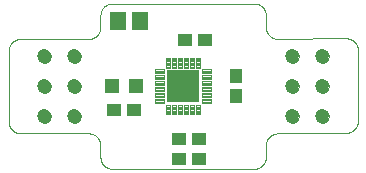
<source format=gts>
G75*
%MOIN*%
%OFA0B0*%
%FSLAX25Y25*%
%IPPOS*%
%LPD*%
%AMOC8*
5,1,8,0,0,1.08239X$1,22.5*
%
%ADD10C,0.00000*%
%ADD11R,0.04337X0.04731*%
%ADD12R,0.04731X0.04337*%
%ADD13R,0.05518X0.06306*%
%ADD14C,0.00435*%
%ADD15R,0.11030X0.10636*%
%ADD16R,0.05124X0.05124*%
%ADD17C,0.04731*%
D10*
X0045791Y0032012D02*
X0045915Y0032010D01*
X0046038Y0032004D01*
X0046162Y0031995D01*
X0046284Y0031981D01*
X0046407Y0031964D01*
X0046529Y0031942D01*
X0046650Y0031917D01*
X0046770Y0031888D01*
X0046889Y0031856D01*
X0047008Y0031819D01*
X0047125Y0031779D01*
X0047240Y0031736D01*
X0047355Y0031688D01*
X0047467Y0031637D01*
X0047578Y0031583D01*
X0047688Y0031525D01*
X0047795Y0031464D01*
X0047901Y0031399D01*
X0048004Y0031331D01*
X0048105Y0031260D01*
X0048204Y0031186D01*
X0048301Y0031109D01*
X0048395Y0031028D01*
X0048486Y0030945D01*
X0048575Y0030859D01*
X0048661Y0030770D01*
X0048744Y0030679D01*
X0048825Y0030585D01*
X0048902Y0030488D01*
X0048976Y0030389D01*
X0049047Y0030288D01*
X0049115Y0030185D01*
X0049180Y0030079D01*
X0049241Y0029972D01*
X0049299Y0029862D01*
X0049353Y0029751D01*
X0049404Y0029639D01*
X0049452Y0029524D01*
X0049495Y0029409D01*
X0049535Y0029292D01*
X0049572Y0029173D01*
X0049604Y0029054D01*
X0049633Y0028934D01*
X0049658Y0028813D01*
X0049680Y0028691D01*
X0049697Y0028568D01*
X0049711Y0028446D01*
X0049720Y0028322D01*
X0049726Y0028199D01*
X0049728Y0028075D01*
X0049728Y0024138D01*
X0049730Y0024014D01*
X0049736Y0023891D01*
X0049745Y0023767D01*
X0049759Y0023645D01*
X0049776Y0023522D01*
X0049798Y0023400D01*
X0049823Y0023279D01*
X0049852Y0023159D01*
X0049884Y0023040D01*
X0049921Y0022921D01*
X0049961Y0022804D01*
X0050004Y0022689D01*
X0050052Y0022574D01*
X0050103Y0022462D01*
X0050157Y0022351D01*
X0050215Y0022241D01*
X0050276Y0022134D01*
X0050341Y0022028D01*
X0050409Y0021925D01*
X0050480Y0021824D01*
X0050554Y0021725D01*
X0050631Y0021628D01*
X0050712Y0021534D01*
X0050795Y0021443D01*
X0050881Y0021354D01*
X0050970Y0021268D01*
X0051061Y0021185D01*
X0051155Y0021104D01*
X0051252Y0021027D01*
X0051351Y0020953D01*
X0051452Y0020882D01*
X0051555Y0020814D01*
X0051661Y0020749D01*
X0051768Y0020688D01*
X0051878Y0020630D01*
X0051989Y0020576D01*
X0052101Y0020525D01*
X0052216Y0020477D01*
X0052331Y0020434D01*
X0052448Y0020394D01*
X0052567Y0020357D01*
X0052686Y0020325D01*
X0052806Y0020296D01*
X0052927Y0020271D01*
X0053049Y0020249D01*
X0053172Y0020232D01*
X0053294Y0020218D01*
X0053418Y0020209D01*
X0053541Y0020203D01*
X0053665Y0020201D01*
X0100909Y0020201D01*
X0101033Y0020203D01*
X0101156Y0020209D01*
X0101280Y0020218D01*
X0101402Y0020232D01*
X0101525Y0020249D01*
X0101647Y0020271D01*
X0101768Y0020296D01*
X0101888Y0020325D01*
X0102007Y0020357D01*
X0102126Y0020394D01*
X0102243Y0020434D01*
X0102358Y0020477D01*
X0102473Y0020525D01*
X0102585Y0020576D01*
X0102696Y0020630D01*
X0102806Y0020688D01*
X0102913Y0020749D01*
X0103019Y0020814D01*
X0103122Y0020882D01*
X0103223Y0020953D01*
X0103322Y0021027D01*
X0103419Y0021104D01*
X0103513Y0021185D01*
X0103604Y0021268D01*
X0103693Y0021354D01*
X0103779Y0021443D01*
X0103862Y0021534D01*
X0103943Y0021628D01*
X0104020Y0021725D01*
X0104094Y0021824D01*
X0104165Y0021925D01*
X0104233Y0022028D01*
X0104298Y0022134D01*
X0104359Y0022241D01*
X0104417Y0022351D01*
X0104471Y0022462D01*
X0104522Y0022574D01*
X0104570Y0022689D01*
X0104613Y0022804D01*
X0104653Y0022921D01*
X0104690Y0023040D01*
X0104722Y0023159D01*
X0104751Y0023279D01*
X0104776Y0023400D01*
X0104798Y0023522D01*
X0104815Y0023645D01*
X0104829Y0023767D01*
X0104838Y0023891D01*
X0104844Y0024014D01*
X0104846Y0024138D01*
X0104846Y0028075D01*
X0104848Y0028199D01*
X0104854Y0028322D01*
X0104863Y0028446D01*
X0104877Y0028568D01*
X0104894Y0028691D01*
X0104916Y0028813D01*
X0104941Y0028934D01*
X0104970Y0029054D01*
X0105002Y0029173D01*
X0105039Y0029292D01*
X0105079Y0029409D01*
X0105122Y0029524D01*
X0105170Y0029639D01*
X0105221Y0029751D01*
X0105275Y0029862D01*
X0105333Y0029972D01*
X0105394Y0030079D01*
X0105459Y0030185D01*
X0105527Y0030288D01*
X0105598Y0030389D01*
X0105672Y0030488D01*
X0105749Y0030585D01*
X0105830Y0030679D01*
X0105913Y0030770D01*
X0105999Y0030859D01*
X0106088Y0030945D01*
X0106179Y0031028D01*
X0106273Y0031109D01*
X0106370Y0031186D01*
X0106469Y0031260D01*
X0106570Y0031331D01*
X0106673Y0031399D01*
X0106779Y0031464D01*
X0106886Y0031525D01*
X0106996Y0031583D01*
X0107107Y0031637D01*
X0107219Y0031688D01*
X0107334Y0031736D01*
X0107449Y0031779D01*
X0107566Y0031819D01*
X0107685Y0031856D01*
X0107804Y0031888D01*
X0107924Y0031917D01*
X0108045Y0031942D01*
X0108167Y0031964D01*
X0108290Y0031981D01*
X0108412Y0031995D01*
X0108536Y0032004D01*
X0108659Y0032010D01*
X0108783Y0032012D01*
X0131618Y0032209D01*
X0131742Y0032211D01*
X0131865Y0032217D01*
X0131989Y0032226D01*
X0132111Y0032240D01*
X0132234Y0032257D01*
X0132356Y0032279D01*
X0132477Y0032304D01*
X0132597Y0032333D01*
X0132716Y0032365D01*
X0132835Y0032402D01*
X0132952Y0032442D01*
X0133067Y0032485D01*
X0133182Y0032533D01*
X0133294Y0032584D01*
X0133405Y0032638D01*
X0133515Y0032696D01*
X0133622Y0032757D01*
X0133728Y0032822D01*
X0133831Y0032890D01*
X0133932Y0032961D01*
X0134031Y0033035D01*
X0134128Y0033112D01*
X0134222Y0033193D01*
X0134313Y0033276D01*
X0134402Y0033362D01*
X0134488Y0033451D01*
X0134571Y0033542D01*
X0134652Y0033636D01*
X0134729Y0033733D01*
X0134803Y0033832D01*
X0134874Y0033933D01*
X0134942Y0034036D01*
X0135007Y0034142D01*
X0135068Y0034249D01*
X0135126Y0034359D01*
X0135180Y0034470D01*
X0135231Y0034582D01*
X0135279Y0034697D01*
X0135322Y0034812D01*
X0135362Y0034929D01*
X0135399Y0035048D01*
X0135431Y0035167D01*
X0135460Y0035287D01*
X0135485Y0035408D01*
X0135507Y0035530D01*
X0135524Y0035653D01*
X0135538Y0035775D01*
X0135547Y0035899D01*
X0135553Y0036022D01*
X0135555Y0036146D01*
X0135555Y0059768D01*
X0135553Y0059892D01*
X0135547Y0060015D01*
X0135538Y0060139D01*
X0135524Y0060261D01*
X0135507Y0060384D01*
X0135485Y0060506D01*
X0135460Y0060627D01*
X0135431Y0060747D01*
X0135399Y0060866D01*
X0135362Y0060985D01*
X0135322Y0061102D01*
X0135279Y0061217D01*
X0135231Y0061332D01*
X0135180Y0061444D01*
X0135126Y0061555D01*
X0135068Y0061665D01*
X0135007Y0061772D01*
X0134942Y0061878D01*
X0134874Y0061981D01*
X0134803Y0062082D01*
X0134729Y0062181D01*
X0134652Y0062278D01*
X0134571Y0062372D01*
X0134488Y0062463D01*
X0134402Y0062552D01*
X0134313Y0062638D01*
X0134222Y0062721D01*
X0134128Y0062802D01*
X0134031Y0062879D01*
X0133932Y0062953D01*
X0133831Y0063024D01*
X0133728Y0063092D01*
X0133622Y0063157D01*
X0133515Y0063218D01*
X0133405Y0063276D01*
X0133294Y0063330D01*
X0133182Y0063381D01*
X0133067Y0063429D01*
X0132952Y0063472D01*
X0132835Y0063512D01*
X0132716Y0063549D01*
X0132597Y0063581D01*
X0132477Y0063610D01*
X0132356Y0063635D01*
X0132234Y0063657D01*
X0132111Y0063674D01*
X0131989Y0063688D01*
X0131865Y0063697D01*
X0131742Y0063703D01*
X0131618Y0063705D01*
X0108783Y0063508D01*
X0108659Y0063510D01*
X0108536Y0063516D01*
X0108412Y0063525D01*
X0108290Y0063539D01*
X0108167Y0063556D01*
X0108045Y0063578D01*
X0107924Y0063603D01*
X0107804Y0063632D01*
X0107685Y0063664D01*
X0107566Y0063701D01*
X0107449Y0063741D01*
X0107334Y0063784D01*
X0107219Y0063832D01*
X0107107Y0063883D01*
X0106996Y0063937D01*
X0106886Y0063995D01*
X0106779Y0064056D01*
X0106673Y0064121D01*
X0106570Y0064189D01*
X0106469Y0064260D01*
X0106370Y0064334D01*
X0106273Y0064411D01*
X0106179Y0064492D01*
X0106088Y0064575D01*
X0105999Y0064661D01*
X0105913Y0064750D01*
X0105830Y0064841D01*
X0105749Y0064935D01*
X0105672Y0065032D01*
X0105598Y0065131D01*
X0105527Y0065232D01*
X0105459Y0065335D01*
X0105394Y0065441D01*
X0105333Y0065548D01*
X0105275Y0065658D01*
X0105221Y0065769D01*
X0105170Y0065881D01*
X0105122Y0065996D01*
X0105079Y0066111D01*
X0105039Y0066228D01*
X0105002Y0066347D01*
X0104970Y0066466D01*
X0104941Y0066586D01*
X0104916Y0066707D01*
X0104894Y0066829D01*
X0104877Y0066952D01*
X0104863Y0067074D01*
X0104854Y0067198D01*
X0104848Y0067321D01*
X0104846Y0067445D01*
X0104846Y0071382D01*
X0104844Y0071506D01*
X0104838Y0071629D01*
X0104829Y0071753D01*
X0104815Y0071875D01*
X0104798Y0071998D01*
X0104776Y0072120D01*
X0104751Y0072241D01*
X0104722Y0072361D01*
X0104690Y0072480D01*
X0104653Y0072599D01*
X0104613Y0072716D01*
X0104570Y0072831D01*
X0104522Y0072946D01*
X0104471Y0073058D01*
X0104417Y0073169D01*
X0104359Y0073279D01*
X0104298Y0073386D01*
X0104233Y0073492D01*
X0104165Y0073595D01*
X0104094Y0073696D01*
X0104020Y0073795D01*
X0103943Y0073892D01*
X0103862Y0073986D01*
X0103779Y0074077D01*
X0103693Y0074166D01*
X0103604Y0074252D01*
X0103513Y0074335D01*
X0103419Y0074416D01*
X0103322Y0074493D01*
X0103223Y0074567D01*
X0103122Y0074638D01*
X0103019Y0074706D01*
X0102913Y0074771D01*
X0102806Y0074832D01*
X0102696Y0074890D01*
X0102585Y0074944D01*
X0102473Y0074995D01*
X0102358Y0075043D01*
X0102243Y0075086D01*
X0102126Y0075126D01*
X0102007Y0075163D01*
X0101888Y0075195D01*
X0101768Y0075224D01*
X0101647Y0075249D01*
X0101525Y0075271D01*
X0101402Y0075288D01*
X0101280Y0075302D01*
X0101156Y0075311D01*
X0101033Y0075317D01*
X0100909Y0075319D01*
X0053665Y0075319D01*
X0053541Y0075317D01*
X0053418Y0075311D01*
X0053294Y0075302D01*
X0053172Y0075288D01*
X0053049Y0075271D01*
X0052927Y0075249D01*
X0052806Y0075224D01*
X0052686Y0075195D01*
X0052567Y0075163D01*
X0052448Y0075126D01*
X0052331Y0075086D01*
X0052216Y0075043D01*
X0052101Y0074995D01*
X0051989Y0074944D01*
X0051878Y0074890D01*
X0051768Y0074832D01*
X0051661Y0074771D01*
X0051555Y0074706D01*
X0051452Y0074638D01*
X0051351Y0074567D01*
X0051252Y0074493D01*
X0051155Y0074416D01*
X0051061Y0074335D01*
X0050970Y0074252D01*
X0050881Y0074166D01*
X0050795Y0074077D01*
X0050712Y0073986D01*
X0050631Y0073892D01*
X0050554Y0073795D01*
X0050480Y0073696D01*
X0050409Y0073595D01*
X0050341Y0073492D01*
X0050276Y0073386D01*
X0050215Y0073279D01*
X0050157Y0073169D01*
X0050103Y0073058D01*
X0050052Y0072946D01*
X0050004Y0072831D01*
X0049961Y0072716D01*
X0049921Y0072599D01*
X0049884Y0072480D01*
X0049852Y0072361D01*
X0049823Y0072241D01*
X0049798Y0072120D01*
X0049776Y0071998D01*
X0049759Y0071875D01*
X0049745Y0071753D01*
X0049736Y0071629D01*
X0049730Y0071506D01*
X0049728Y0071382D01*
X0049728Y0067445D01*
X0049726Y0067321D01*
X0049720Y0067198D01*
X0049711Y0067074D01*
X0049697Y0066952D01*
X0049680Y0066829D01*
X0049658Y0066707D01*
X0049633Y0066586D01*
X0049604Y0066466D01*
X0049572Y0066347D01*
X0049535Y0066228D01*
X0049495Y0066111D01*
X0049452Y0065996D01*
X0049404Y0065881D01*
X0049353Y0065769D01*
X0049299Y0065658D01*
X0049241Y0065548D01*
X0049180Y0065441D01*
X0049115Y0065335D01*
X0049047Y0065232D01*
X0048976Y0065131D01*
X0048902Y0065032D01*
X0048825Y0064935D01*
X0048744Y0064841D01*
X0048661Y0064750D01*
X0048575Y0064661D01*
X0048486Y0064575D01*
X0048395Y0064492D01*
X0048301Y0064411D01*
X0048204Y0064334D01*
X0048105Y0064260D01*
X0048004Y0064189D01*
X0047901Y0064121D01*
X0047795Y0064056D01*
X0047688Y0063995D01*
X0047578Y0063937D01*
X0047467Y0063883D01*
X0047355Y0063832D01*
X0047240Y0063784D01*
X0047125Y0063741D01*
X0047008Y0063701D01*
X0046889Y0063664D01*
X0046770Y0063632D01*
X0046650Y0063603D01*
X0046529Y0063578D01*
X0046407Y0063556D01*
X0046284Y0063539D01*
X0046162Y0063525D01*
X0046038Y0063516D01*
X0045915Y0063510D01*
X0045791Y0063508D01*
X0023094Y0063508D01*
X0022970Y0063506D01*
X0022847Y0063500D01*
X0022723Y0063491D01*
X0022601Y0063477D01*
X0022478Y0063460D01*
X0022356Y0063438D01*
X0022235Y0063413D01*
X0022115Y0063384D01*
X0021996Y0063352D01*
X0021877Y0063315D01*
X0021760Y0063275D01*
X0021645Y0063232D01*
X0021530Y0063184D01*
X0021418Y0063133D01*
X0021307Y0063079D01*
X0021197Y0063021D01*
X0021090Y0062960D01*
X0020984Y0062895D01*
X0020881Y0062827D01*
X0020780Y0062756D01*
X0020681Y0062682D01*
X0020584Y0062605D01*
X0020490Y0062524D01*
X0020399Y0062441D01*
X0020310Y0062355D01*
X0020224Y0062266D01*
X0020141Y0062175D01*
X0020060Y0062081D01*
X0019983Y0061984D01*
X0019909Y0061885D01*
X0019838Y0061784D01*
X0019770Y0061681D01*
X0019705Y0061575D01*
X0019644Y0061468D01*
X0019586Y0061358D01*
X0019532Y0061247D01*
X0019481Y0061135D01*
X0019433Y0061020D01*
X0019390Y0060905D01*
X0019350Y0060788D01*
X0019313Y0060669D01*
X0019281Y0060550D01*
X0019252Y0060430D01*
X0019227Y0060309D01*
X0019205Y0060187D01*
X0019188Y0060064D01*
X0019174Y0059942D01*
X0019165Y0059818D01*
X0019159Y0059695D01*
X0019157Y0059571D01*
X0019157Y0035949D01*
X0019159Y0035825D01*
X0019165Y0035702D01*
X0019174Y0035578D01*
X0019188Y0035456D01*
X0019205Y0035333D01*
X0019227Y0035211D01*
X0019252Y0035090D01*
X0019281Y0034970D01*
X0019313Y0034851D01*
X0019350Y0034732D01*
X0019390Y0034615D01*
X0019433Y0034500D01*
X0019481Y0034385D01*
X0019532Y0034273D01*
X0019586Y0034162D01*
X0019644Y0034052D01*
X0019705Y0033945D01*
X0019770Y0033839D01*
X0019838Y0033736D01*
X0019909Y0033635D01*
X0019983Y0033536D01*
X0020060Y0033439D01*
X0020141Y0033345D01*
X0020224Y0033254D01*
X0020310Y0033165D01*
X0020399Y0033079D01*
X0020490Y0032996D01*
X0020584Y0032915D01*
X0020681Y0032838D01*
X0020780Y0032764D01*
X0020881Y0032693D01*
X0020984Y0032625D01*
X0021090Y0032560D01*
X0021197Y0032499D01*
X0021307Y0032441D01*
X0021418Y0032387D01*
X0021530Y0032336D01*
X0021645Y0032288D01*
X0021760Y0032245D01*
X0021877Y0032205D01*
X0021996Y0032168D01*
X0022115Y0032136D01*
X0022235Y0032107D01*
X0022356Y0032082D01*
X0022478Y0032060D01*
X0022601Y0032043D01*
X0022723Y0032029D01*
X0022847Y0032020D01*
X0022970Y0032014D01*
X0023094Y0032012D01*
X0045791Y0032012D01*
X0038784Y0037760D02*
X0038786Y0037853D01*
X0038792Y0037945D01*
X0038802Y0038037D01*
X0038816Y0038128D01*
X0038833Y0038219D01*
X0038855Y0038309D01*
X0038880Y0038398D01*
X0038909Y0038486D01*
X0038942Y0038572D01*
X0038979Y0038657D01*
X0039019Y0038741D01*
X0039063Y0038822D01*
X0039110Y0038902D01*
X0039160Y0038980D01*
X0039214Y0039055D01*
X0039271Y0039128D01*
X0039331Y0039198D01*
X0039394Y0039266D01*
X0039460Y0039331D01*
X0039528Y0039393D01*
X0039599Y0039453D01*
X0039673Y0039509D01*
X0039749Y0039562D01*
X0039827Y0039611D01*
X0039907Y0039658D01*
X0039989Y0039700D01*
X0040073Y0039740D01*
X0040158Y0039775D01*
X0040245Y0039807D01*
X0040333Y0039836D01*
X0040422Y0039860D01*
X0040512Y0039881D01*
X0040603Y0039897D01*
X0040695Y0039910D01*
X0040787Y0039919D01*
X0040880Y0039924D01*
X0040972Y0039925D01*
X0041065Y0039922D01*
X0041157Y0039915D01*
X0041249Y0039904D01*
X0041340Y0039889D01*
X0041431Y0039871D01*
X0041521Y0039848D01*
X0041609Y0039822D01*
X0041697Y0039792D01*
X0041783Y0039758D01*
X0041867Y0039721D01*
X0041950Y0039679D01*
X0042031Y0039635D01*
X0042111Y0039587D01*
X0042188Y0039536D01*
X0042262Y0039481D01*
X0042335Y0039423D01*
X0042405Y0039363D01*
X0042472Y0039299D01*
X0042536Y0039233D01*
X0042598Y0039163D01*
X0042656Y0039092D01*
X0042711Y0039018D01*
X0042763Y0038941D01*
X0042812Y0038862D01*
X0042858Y0038782D01*
X0042900Y0038699D01*
X0042938Y0038615D01*
X0042973Y0038529D01*
X0043004Y0038442D01*
X0043031Y0038354D01*
X0043054Y0038264D01*
X0043074Y0038174D01*
X0043090Y0038083D01*
X0043102Y0037991D01*
X0043110Y0037899D01*
X0043114Y0037806D01*
X0043114Y0037714D01*
X0043110Y0037621D01*
X0043102Y0037529D01*
X0043090Y0037437D01*
X0043074Y0037346D01*
X0043054Y0037256D01*
X0043031Y0037166D01*
X0043004Y0037078D01*
X0042973Y0036991D01*
X0042938Y0036905D01*
X0042900Y0036821D01*
X0042858Y0036738D01*
X0042812Y0036658D01*
X0042763Y0036579D01*
X0042711Y0036502D01*
X0042656Y0036428D01*
X0042598Y0036357D01*
X0042536Y0036287D01*
X0042472Y0036221D01*
X0042405Y0036157D01*
X0042335Y0036097D01*
X0042262Y0036039D01*
X0042188Y0035984D01*
X0042111Y0035933D01*
X0042032Y0035885D01*
X0041950Y0035841D01*
X0041867Y0035799D01*
X0041783Y0035762D01*
X0041697Y0035728D01*
X0041609Y0035698D01*
X0041521Y0035672D01*
X0041431Y0035649D01*
X0041340Y0035631D01*
X0041249Y0035616D01*
X0041157Y0035605D01*
X0041065Y0035598D01*
X0040972Y0035595D01*
X0040880Y0035596D01*
X0040787Y0035601D01*
X0040695Y0035610D01*
X0040603Y0035623D01*
X0040512Y0035639D01*
X0040422Y0035660D01*
X0040333Y0035684D01*
X0040245Y0035713D01*
X0040158Y0035745D01*
X0040073Y0035780D01*
X0039989Y0035820D01*
X0039907Y0035862D01*
X0039827Y0035909D01*
X0039749Y0035958D01*
X0039673Y0036011D01*
X0039599Y0036067D01*
X0039528Y0036127D01*
X0039460Y0036189D01*
X0039394Y0036254D01*
X0039331Y0036322D01*
X0039271Y0036392D01*
X0039214Y0036465D01*
X0039160Y0036540D01*
X0039110Y0036618D01*
X0039063Y0036698D01*
X0039019Y0036779D01*
X0038979Y0036863D01*
X0038942Y0036948D01*
X0038909Y0037034D01*
X0038880Y0037122D01*
X0038855Y0037211D01*
X0038833Y0037301D01*
X0038816Y0037392D01*
X0038802Y0037483D01*
X0038792Y0037575D01*
X0038786Y0037667D01*
X0038784Y0037760D01*
X0028784Y0037760D02*
X0028786Y0037853D01*
X0028792Y0037945D01*
X0028802Y0038037D01*
X0028816Y0038128D01*
X0028833Y0038219D01*
X0028855Y0038309D01*
X0028880Y0038398D01*
X0028909Y0038486D01*
X0028942Y0038572D01*
X0028979Y0038657D01*
X0029019Y0038741D01*
X0029063Y0038822D01*
X0029110Y0038902D01*
X0029160Y0038980D01*
X0029214Y0039055D01*
X0029271Y0039128D01*
X0029331Y0039198D01*
X0029394Y0039266D01*
X0029460Y0039331D01*
X0029528Y0039393D01*
X0029599Y0039453D01*
X0029673Y0039509D01*
X0029749Y0039562D01*
X0029827Y0039611D01*
X0029907Y0039658D01*
X0029989Y0039700D01*
X0030073Y0039740D01*
X0030158Y0039775D01*
X0030245Y0039807D01*
X0030333Y0039836D01*
X0030422Y0039860D01*
X0030512Y0039881D01*
X0030603Y0039897D01*
X0030695Y0039910D01*
X0030787Y0039919D01*
X0030880Y0039924D01*
X0030972Y0039925D01*
X0031065Y0039922D01*
X0031157Y0039915D01*
X0031249Y0039904D01*
X0031340Y0039889D01*
X0031431Y0039871D01*
X0031521Y0039848D01*
X0031609Y0039822D01*
X0031697Y0039792D01*
X0031783Y0039758D01*
X0031867Y0039721D01*
X0031950Y0039679D01*
X0032031Y0039635D01*
X0032111Y0039587D01*
X0032188Y0039536D01*
X0032262Y0039481D01*
X0032335Y0039423D01*
X0032405Y0039363D01*
X0032472Y0039299D01*
X0032536Y0039233D01*
X0032598Y0039163D01*
X0032656Y0039092D01*
X0032711Y0039018D01*
X0032763Y0038941D01*
X0032812Y0038862D01*
X0032858Y0038782D01*
X0032900Y0038699D01*
X0032938Y0038615D01*
X0032973Y0038529D01*
X0033004Y0038442D01*
X0033031Y0038354D01*
X0033054Y0038264D01*
X0033074Y0038174D01*
X0033090Y0038083D01*
X0033102Y0037991D01*
X0033110Y0037899D01*
X0033114Y0037806D01*
X0033114Y0037714D01*
X0033110Y0037621D01*
X0033102Y0037529D01*
X0033090Y0037437D01*
X0033074Y0037346D01*
X0033054Y0037256D01*
X0033031Y0037166D01*
X0033004Y0037078D01*
X0032973Y0036991D01*
X0032938Y0036905D01*
X0032900Y0036821D01*
X0032858Y0036738D01*
X0032812Y0036658D01*
X0032763Y0036579D01*
X0032711Y0036502D01*
X0032656Y0036428D01*
X0032598Y0036357D01*
X0032536Y0036287D01*
X0032472Y0036221D01*
X0032405Y0036157D01*
X0032335Y0036097D01*
X0032262Y0036039D01*
X0032188Y0035984D01*
X0032111Y0035933D01*
X0032032Y0035885D01*
X0031950Y0035841D01*
X0031867Y0035799D01*
X0031783Y0035762D01*
X0031697Y0035728D01*
X0031609Y0035698D01*
X0031521Y0035672D01*
X0031431Y0035649D01*
X0031340Y0035631D01*
X0031249Y0035616D01*
X0031157Y0035605D01*
X0031065Y0035598D01*
X0030972Y0035595D01*
X0030880Y0035596D01*
X0030787Y0035601D01*
X0030695Y0035610D01*
X0030603Y0035623D01*
X0030512Y0035639D01*
X0030422Y0035660D01*
X0030333Y0035684D01*
X0030245Y0035713D01*
X0030158Y0035745D01*
X0030073Y0035780D01*
X0029989Y0035820D01*
X0029907Y0035862D01*
X0029827Y0035909D01*
X0029749Y0035958D01*
X0029673Y0036011D01*
X0029599Y0036067D01*
X0029528Y0036127D01*
X0029460Y0036189D01*
X0029394Y0036254D01*
X0029331Y0036322D01*
X0029271Y0036392D01*
X0029214Y0036465D01*
X0029160Y0036540D01*
X0029110Y0036618D01*
X0029063Y0036698D01*
X0029019Y0036779D01*
X0028979Y0036863D01*
X0028942Y0036948D01*
X0028909Y0037034D01*
X0028880Y0037122D01*
X0028855Y0037211D01*
X0028833Y0037301D01*
X0028816Y0037392D01*
X0028802Y0037483D01*
X0028792Y0037575D01*
X0028786Y0037667D01*
X0028784Y0037760D01*
X0028784Y0047760D02*
X0028786Y0047853D01*
X0028792Y0047945D01*
X0028802Y0048037D01*
X0028816Y0048128D01*
X0028833Y0048219D01*
X0028855Y0048309D01*
X0028880Y0048398D01*
X0028909Y0048486D01*
X0028942Y0048572D01*
X0028979Y0048657D01*
X0029019Y0048741D01*
X0029063Y0048822D01*
X0029110Y0048902D01*
X0029160Y0048980D01*
X0029214Y0049055D01*
X0029271Y0049128D01*
X0029331Y0049198D01*
X0029394Y0049266D01*
X0029460Y0049331D01*
X0029528Y0049393D01*
X0029599Y0049453D01*
X0029673Y0049509D01*
X0029749Y0049562D01*
X0029827Y0049611D01*
X0029907Y0049658D01*
X0029989Y0049700D01*
X0030073Y0049740D01*
X0030158Y0049775D01*
X0030245Y0049807D01*
X0030333Y0049836D01*
X0030422Y0049860D01*
X0030512Y0049881D01*
X0030603Y0049897D01*
X0030695Y0049910D01*
X0030787Y0049919D01*
X0030880Y0049924D01*
X0030972Y0049925D01*
X0031065Y0049922D01*
X0031157Y0049915D01*
X0031249Y0049904D01*
X0031340Y0049889D01*
X0031431Y0049871D01*
X0031521Y0049848D01*
X0031609Y0049822D01*
X0031697Y0049792D01*
X0031783Y0049758D01*
X0031867Y0049721D01*
X0031950Y0049679D01*
X0032031Y0049635D01*
X0032111Y0049587D01*
X0032188Y0049536D01*
X0032262Y0049481D01*
X0032335Y0049423D01*
X0032405Y0049363D01*
X0032472Y0049299D01*
X0032536Y0049233D01*
X0032598Y0049163D01*
X0032656Y0049092D01*
X0032711Y0049018D01*
X0032763Y0048941D01*
X0032812Y0048862D01*
X0032858Y0048782D01*
X0032900Y0048699D01*
X0032938Y0048615D01*
X0032973Y0048529D01*
X0033004Y0048442D01*
X0033031Y0048354D01*
X0033054Y0048264D01*
X0033074Y0048174D01*
X0033090Y0048083D01*
X0033102Y0047991D01*
X0033110Y0047899D01*
X0033114Y0047806D01*
X0033114Y0047714D01*
X0033110Y0047621D01*
X0033102Y0047529D01*
X0033090Y0047437D01*
X0033074Y0047346D01*
X0033054Y0047256D01*
X0033031Y0047166D01*
X0033004Y0047078D01*
X0032973Y0046991D01*
X0032938Y0046905D01*
X0032900Y0046821D01*
X0032858Y0046738D01*
X0032812Y0046658D01*
X0032763Y0046579D01*
X0032711Y0046502D01*
X0032656Y0046428D01*
X0032598Y0046357D01*
X0032536Y0046287D01*
X0032472Y0046221D01*
X0032405Y0046157D01*
X0032335Y0046097D01*
X0032262Y0046039D01*
X0032188Y0045984D01*
X0032111Y0045933D01*
X0032032Y0045885D01*
X0031950Y0045841D01*
X0031867Y0045799D01*
X0031783Y0045762D01*
X0031697Y0045728D01*
X0031609Y0045698D01*
X0031521Y0045672D01*
X0031431Y0045649D01*
X0031340Y0045631D01*
X0031249Y0045616D01*
X0031157Y0045605D01*
X0031065Y0045598D01*
X0030972Y0045595D01*
X0030880Y0045596D01*
X0030787Y0045601D01*
X0030695Y0045610D01*
X0030603Y0045623D01*
X0030512Y0045639D01*
X0030422Y0045660D01*
X0030333Y0045684D01*
X0030245Y0045713D01*
X0030158Y0045745D01*
X0030073Y0045780D01*
X0029989Y0045820D01*
X0029907Y0045862D01*
X0029827Y0045909D01*
X0029749Y0045958D01*
X0029673Y0046011D01*
X0029599Y0046067D01*
X0029528Y0046127D01*
X0029460Y0046189D01*
X0029394Y0046254D01*
X0029331Y0046322D01*
X0029271Y0046392D01*
X0029214Y0046465D01*
X0029160Y0046540D01*
X0029110Y0046618D01*
X0029063Y0046698D01*
X0029019Y0046779D01*
X0028979Y0046863D01*
X0028942Y0046948D01*
X0028909Y0047034D01*
X0028880Y0047122D01*
X0028855Y0047211D01*
X0028833Y0047301D01*
X0028816Y0047392D01*
X0028802Y0047483D01*
X0028792Y0047575D01*
X0028786Y0047667D01*
X0028784Y0047760D01*
X0038784Y0047760D02*
X0038786Y0047853D01*
X0038792Y0047945D01*
X0038802Y0048037D01*
X0038816Y0048128D01*
X0038833Y0048219D01*
X0038855Y0048309D01*
X0038880Y0048398D01*
X0038909Y0048486D01*
X0038942Y0048572D01*
X0038979Y0048657D01*
X0039019Y0048741D01*
X0039063Y0048822D01*
X0039110Y0048902D01*
X0039160Y0048980D01*
X0039214Y0049055D01*
X0039271Y0049128D01*
X0039331Y0049198D01*
X0039394Y0049266D01*
X0039460Y0049331D01*
X0039528Y0049393D01*
X0039599Y0049453D01*
X0039673Y0049509D01*
X0039749Y0049562D01*
X0039827Y0049611D01*
X0039907Y0049658D01*
X0039989Y0049700D01*
X0040073Y0049740D01*
X0040158Y0049775D01*
X0040245Y0049807D01*
X0040333Y0049836D01*
X0040422Y0049860D01*
X0040512Y0049881D01*
X0040603Y0049897D01*
X0040695Y0049910D01*
X0040787Y0049919D01*
X0040880Y0049924D01*
X0040972Y0049925D01*
X0041065Y0049922D01*
X0041157Y0049915D01*
X0041249Y0049904D01*
X0041340Y0049889D01*
X0041431Y0049871D01*
X0041521Y0049848D01*
X0041609Y0049822D01*
X0041697Y0049792D01*
X0041783Y0049758D01*
X0041867Y0049721D01*
X0041950Y0049679D01*
X0042031Y0049635D01*
X0042111Y0049587D01*
X0042188Y0049536D01*
X0042262Y0049481D01*
X0042335Y0049423D01*
X0042405Y0049363D01*
X0042472Y0049299D01*
X0042536Y0049233D01*
X0042598Y0049163D01*
X0042656Y0049092D01*
X0042711Y0049018D01*
X0042763Y0048941D01*
X0042812Y0048862D01*
X0042858Y0048782D01*
X0042900Y0048699D01*
X0042938Y0048615D01*
X0042973Y0048529D01*
X0043004Y0048442D01*
X0043031Y0048354D01*
X0043054Y0048264D01*
X0043074Y0048174D01*
X0043090Y0048083D01*
X0043102Y0047991D01*
X0043110Y0047899D01*
X0043114Y0047806D01*
X0043114Y0047714D01*
X0043110Y0047621D01*
X0043102Y0047529D01*
X0043090Y0047437D01*
X0043074Y0047346D01*
X0043054Y0047256D01*
X0043031Y0047166D01*
X0043004Y0047078D01*
X0042973Y0046991D01*
X0042938Y0046905D01*
X0042900Y0046821D01*
X0042858Y0046738D01*
X0042812Y0046658D01*
X0042763Y0046579D01*
X0042711Y0046502D01*
X0042656Y0046428D01*
X0042598Y0046357D01*
X0042536Y0046287D01*
X0042472Y0046221D01*
X0042405Y0046157D01*
X0042335Y0046097D01*
X0042262Y0046039D01*
X0042188Y0045984D01*
X0042111Y0045933D01*
X0042032Y0045885D01*
X0041950Y0045841D01*
X0041867Y0045799D01*
X0041783Y0045762D01*
X0041697Y0045728D01*
X0041609Y0045698D01*
X0041521Y0045672D01*
X0041431Y0045649D01*
X0041340Y0045631D01*
X0041249Y0045616D01*
X0041157Y0045605D01*
X0041065Y0045598D01*
X0040972Y0045595D01*
X0040880Y0045596D01*
X0040787Y0045601D01*
X0040695Y0045610D01*
X0040603Y0045623D01*
X0040512Y0045639D01*
X0040422Y0045660D01*
X0040333Y0045684D01*
X0040245Y0045713D01*
X0040158Y0045745D01*
X0040073Y0045780D01*
X0039989Y0045820D01*
X0039907Y0045862D01*
X0039827Y0045909D01*
X0039749Y0045958D01*
X0039673Y0046011D01*
X0039599Y0046067D01*
X0039528Y0046127D01*
X0039460Y0046189D01*
X0039394Y0046254D01*
X0039331Y0046322D01*
X0039271Y0046392D01*
X0039214Y0046465D01*
X0039160Y0046540D01*
X0039110Y0046618D01*
X0039063Y0046698D01*
X0039019Y0046779D01*
X0038979Y0046863D01*
X0038942Y0046948D01*
X0038909Y0047034D01*
X0038880Y0047122D01*
X0038855Y0047211D01*
X0038833Y0047301D01*
X0038816Y0047392D01*
X0038802Y0047483D01*
X0038792Y0047575D01*
X0038786Y0047667D01*
X0038784Y0047760D01*
X0038784Y0057760D02*
X0038786Y0057853D01*
X0038792Y0057945D01*
X0038802Y0058037D01*
X0038816Y0058128D01*
X0038833Y0058219D01*
X0038855Y0058309D01*
X0038880Y0058398D01*
X0038909Y0058486D01*
X0038942Y0058572D01*
X0038979Y0058657D01*
X0039019Y0058741D01*
X0039063Y0058822D01*
X0039110Y0058902D01*
X0039160Y0058980D01*
X0039214Y0059055D01*
X0039271Y0059128D01*
X0039331Y0059198D01*
X0039394Y0059266D01*
X0039460Y0059331D01*
X0039528Y0059393D01*
X0039599Y0059453D01*
X0039673Y0059509D01*
X0039749Y0059562D01*
X0039827Y0059611D01*
X0039907Y0059658D01*
X0039989Y0059700D01*
X0040073Y0059740D01*
X0040158Y0059775D01*
X0040245Y0059807D01*
X0040333Y0059836D01*
X0040422Y0059860D01*
X0040512Y0059881D01*
X0040603Y0059897D01*
X0040695Y0059910D01*
X0040787Y0059919D01*
X0040880Y0059924D01*
X0040972Y0059925D01*
X0041065Y0059922D01*
X0041157Y0059915D01*
X0041249Y0059904D01*
X0041340Y0059889D01*
X0041431Y0059871D01*
X0041521Y0059848D01*
X0041609Y0059822D01*
X0041697Y0059792D01*
X0041783Y0059758D01*
X0041867Y0059721D01*
X0041950Y0059679D01*
X0042031Y0059635D01*
X0042111Y0059587D01*
X0042188Y0059536D01*
X0042262Y0059481D01*
X0042335Y0059423D01*
X0042405Y0059363D01*
X0042472Y0059299D01*
X0042536Y0059233D01*
X0042598Y0059163D01*
X0042656Y0059092D01*
X0042711Y0059018D01*
X0042763Y0058941D01*
X0042812Y0058862D01*
X0042858Y0058782D01*
X0042900Y0058699D01*
X0042938Y0058615D01*
X0042973Y0058529D01*
X0043004Y0058442D01*
X0043031Y0058354D01*
X0043054Y0058264D01*
X0043074Y0058174D01*
X0043090Y0058083D01*
X0043102Y0057991D01*
X0043110Y0057899D01*
X0043114Y0057806D01*
X0043114Y0057714D01*
X0043110Y0057621D01*
X0043102Y0057529D01*
X0043090Y0057437D01*
X0043074Y0057346D01*
X0043054Y0057256D01*
X0043031Y0057166D01*
X0043004Y0057078D01*
X0042973Y0056991D01*
X0042938Y0056905D01*
X0042900Y0056821D01*
X0042858Y0056738D01*
X0042812Y0056658D01*
X0042763Y0056579D01*
X0042711Y0056502D01*
X0042656Y0056428D01*
X0042598Y0056357D01*
X0042536Y0056287D01*
X0042472Y0056221D01*
X0042405Y0056157D01*
X0042335Y0056097D01*
X0042262Y0056039D01*
X0042188Y0055984D01*
X0042111Y0055933D01*
X0042032Y0055885D01*
X0041950Y0055841D01*
X0041867Y0055799D01*
X0041783Y0055762D01*
X0041697Y0055728D01*
X0041609Y0055698D01*
X0041521Y0055672D01*
X0041431Y0055649D01*
X0041340Y0055631D01*
X0041249Y0055616D01*
X0041157Y0055605D01*
X0041065Y0055598D01*
X0040972Y0055595D01*
X0040880Y0055596D01*
X0040787Y0055601D01*
X0040695Y0055610D01*
X0040603Y0055623D01*
X0040512Y0055639D01*
X0040422Y0055660D01*
X0040333Y0055684D01*
X0040245Y0055713D01*
X0040158Y0055745D01*
X0040073Y0055780D01*
X0039989Y0055820D01*
X0039907Y0055862D01*
X0039827Y0055909D01*
X0039749Y0055958D01*
X0039673Y0056011D01*
X0039599Y0056067D01*
X0039528Y0056127D01*
X0039460Y0056189D01*
X0039394Y0056254D01*
X0039331Y0056322D01*
X0039271Y0056392D01*
X0039214Y0056465D01*
X0039160Y0056540D01*
X0039110Y0056618D01*
X0039063Y0056698D01*
X0039019Y0056779D01*
X0038979Y0056863D01*
X0038942Y0056948D01*
X0038909Y0057034D01*
X0038880Y0057122D01*
X0038855Y0057211D01*
X0038833Y0057301D01*
X0038816Y0057392D01*
X0038802Y0057483D01*
X0038792Y0057575D01*
X0038786Y0057667D01*
X0038784Y0057760D01*
X0028784Y0057760D02*
X0028786Y0057853D01*
X0028792Y0057945D01*
X0028802Y0058037D01*
X0028816Y0058128D01*
X0028833Y0058219D01*
X0028855Y0058309D01*
X0028880Y0058398D01*
X0028909Y0058486D01*
X0028942Y0058572D01*
X0028979Y0058657D01*
X0029019Y0058741D01*
X0029063Y0058822D01*
X0029110Y0058902D01*
X0029160Y0058980D01*
X0029214Y0059055D01*
X0029271Y0059128D01*
X0029331Y0059198D01*
X0029394Y0059266D01*
X0029460Y0059331D01*
X0029528Y0059393D01*
X0029599Y0059453D01*
X0029673Y0059509D01*
X0029749Y0059562D01*
X0029827Y0059611D01*
X0029907Y0059658D01*
X0029989Y0059700D01*
X0030073Y0059740D01*
X0030158Y0059775D01*
X0030245Y0059807D01*
X0030333Y0059836D01*
X0030422Y0059860D01*
X0030512Y0059881D01*
X0030603Y0059897D01*
X0030695Y0059910D01*
X0030787Y0059919D01*
X0030880Y0059924D01*
X0030972Y0059925D01*
X0031065Y0059922D01*
X0031157Y0059915D01*
X0031249Y0059904D01*
X0031340Y0059889D01*
X0031431Y0059871D01*
X0031521Y0059848D01*
X0031609Y0059822D01*
X0031697Y0059792D01*
X0031783Y0059758D01*
X0031867Y0059721D01*
X0031950Y0059679D01*
X0032031Y0059635D01*
X0032111Y0059587D01*
X0032188Y0059536D01*
X0032262Y0059481D01*
X0032335Y0059423D01*
X0032405Y0059363D01*
X0032472Y0059299D01*
X0032536Y0059233D01*
X0032598Y0059163D01*
X0032656Y0059092D01*
X0032711Y0059018D01*
X0032763Y0058941D01*
X0032812Y0058862D01*
X0032858Y0058782D01*
X0032900Y0058699D01*
X0032938Y0058615D01*
X0032973Y0058529D01*
X0033004Y0058442D01*
X0033031Y0058354D01*
X0033054Y0058264D01*
X0033074Y0058174D01*
X0033090Y0058083D01*
X0033102Y0057991D01*
X0033110Y0057899D01*
X0033114Y0057806D01*
X0033114Y0057714D01*
X0033110Y0057621D01*
X0033102Y0057529D01*
X0033090Y0057437D01*
X0033074Y0057346D01*
X0033054Y0057256D01*
X0033031Y0057166D01*
X0033004Y0057078D01*
X0032973Y0056991D01*
X0032938Y0056905D01*
X0032900Y0056821D01*
X0032858Y0056738D01*
X0032812Y0056658D01*
X0032763Y0056579D01*
X0032711Y0056502D01*
X0032656Y0056428D01*
X0032598Y0056357D01*
X0032536Y0056287D01*
X0032472Y0056221D01*
X0032405Y0056157D01*
X0032335Y0056097D01*
X0032262Y0056039D01*
X0032188Y0055984D01*
X0032111Y0055933D01*
X0032032Y0055885D01*
X0031950Y0055841D01*
X0031867Y0055799D01*
X0031783Y0055762D01*
X0031697Y0055728D01*
X0031609Y0055698D01*
X0031521Y0055672D01*
X0031431Y0055649D01*
X0031340Y0055631D01*
X0031249Y0055616D01*
X0031157Y0055605D01*
X0031065Y0055598D01*
X0030972Y0055595D01*
X0030880Y0055596D01*
X0030787Y0055601D01*
X0030695Y0055610D01*
X0030603Y0055623D01*
X0030512Y0055639D01*
X0030422Y0055660D01*
X0030333Y0055684D01*
X0030245Y0055713D01*
X0030158Y0055745D01*
X0030073Y0055780D01*
X0029989Y0055820D01*
X0029907Y0055862D01*
X0029827Y0055909D01*
X0029749Y0055958D01*
X0029673Y0056011D01*
X0029599Y0056067D01*
X0029528Y0056127D01*
X0029460Y0056189D01*
X0029394Y0056254D01*
X0029331Y0056322D01*
X0029271Y0056392D01*
X0029214Y0056465D01*
X0029160Y0056540D01*
X0029110Y0056618D01*
X0029063Y0056698D01*
X0029019Y0056779D01*
X0028979Y0056863D01*
X0028942Y0056948D01*
X0028909Y0057034D01*
X0028880Y0057122D01*
X0028855Y0057211D01*
X0028833Y0057301D01*
X0028816Y0057392D01*
X0028802Y0057483D01*
X0028792Y0057575D01*
X0028786Y0057667D01*
X0028784Y0057760D01*
X0111461Y0057760D02*
X0111463Y0057853D01*
X0111469Y0057945D01*
X0111479Y0058037D01*
X0111493Y0058128D01*
X0111510Y0058219D01*
X0111532Y0058309D01*
X0111557Y0058398D01*
X0111586Y0058486D01*
X0111619Y0058572D01*
X0111656Y0058657D01*
X0111696Y0058741D01*
X0111740Y0058822D01*
X0111787Y0058902D01*
X0111837Y0058980D01*
X0111891Y0059055D01*
X0111948Y0059128D01*
X0112008Y0059198D01*
X0112071Y0059266D01*
X0112137Y0059331D01*
X0112205Y0059393D01*
X0112276Y0059453D01*
X0112350Y0059509D01*
X0112426Y0059562D01*
X0112504Y0059611D01*
X0112584Y0059658D01*
X0112666Y0059700D01*
X0112750Y0059740D01*
X0112835Y0059775D01*
X0112922Y0059807D01*
X0113010Y0059836D01*
X0113099Y0059860D01*
X0113189Y0059881D01*
X0113280Y0059897D01*
X0113372Y0059910D01*
X0113464Y0059919D01*
X0113557Y0059924D01*
X0113649Y0059925D01*
X0113742Y0059922D01*
X0113834Y0059915D01*
X0113926Y0059904D01*
X0114017Y0059889D01*
X0114108Y0059871D01*
X0114198Y0059848D01*
X0114286Y0059822D01*
X0114374Y0059792D01*
X0114460Y0059758D01*
X0114544Y0059721D01*
X0114627Y0059679D01*
X0114708Y0059635D01*
X0114788Y0059587D01*
X0114865Y0059536D01*
X0114939Y0059481D01*
X0115012Y0059423D01*
X0115082Y0059363D01*
X0115149Y0059299D01*
X0115213Y0059233D01*
X0115275Y0059163D01*
X0115333Y0059092D01*
X0115388Y0059018D01*
X0115440Y0058941D01*
X0115489Y0058862D01*
X0115535Y0058782D01*
X0115577Y0058699D01*
X0115615Y0058615D01*
X0115650Y0058529D01*
X0115681Y0058442D01*
X0115708Y0058354D01*
X0115731Y0058264D01*
X0115751Y0058174D01*
X0115767Y0058083D01*
X0115779Y0057991D01*
X0115787Y0057899D01*
X0115791Y0057806D01*
X0115791Y0057714D01*
X0115787Y0057621D01*
X0115779Y0057529D01*
X0115767Y0057437D01*
X0115751Y0057346D01*
X0115731Y0057256D01*
X0115708Y0057166D01*
X0115681Y0057078D01*
X0115650Y0056991D01*
X0115615Y0056905D01*
X0115577Y0056821D01*
X0115535Y0056738D01*
X0115489Y0056658D01*
X0115440Y0056579D01*
X0115388Y0056502D01*
X0115333Y0056428D01*
X0115275Y0056357D01*
X0115213Y0056287D01*
X0115149Y0056221D01*
X0115082Y0056157D01*
X0115012Y0056097D01*
X0114939Y0056039D01*
X0114865Y0055984D01*
X0114788Y0055933D01*
X0114709Y0055885D01*
X0114627Y0055841D01*
X0114544Y0055799D01*
X0114460Y0055762D01*
X0114374Y0055728D01*
X0114286Y0055698D01*
X0114198Y0055672D01*
X0114108Y0055649D01*
X0114017Y0055631D01*
X0113926Y0055616D01*
X0113834Y0055605D01*
X0113742Y0055598D01*
X0113649Y0055595D01*
X0113557Y0055596D01*
X0113464Y0055601D01*
X0113372Y0055610D01*
X0113280Y0055623D01*
X0113189Y0055639D01*
X0113099Y0055660D01*
X0113010Y0055684D01*
X0112922Y0055713D01*
X0112835Y0055745D01*
X0112750Y0055780D01*
X0112666Y0055820D01*
X0112584Y0055862D01*
X0112504Y0055909D01*
X0112426Y0055958D01*
X0112350Y0056011D01*
X0112276Y0056067D01*
X0112205Y0056127D01*
X0112137Y0056189D01*
X0112071Y0056254D01*
X0112008Y0056322D01*
X0111948Y0056392D01*
X0111891Y0056465D01*
X0111837Y0056540D01*
X0111787Y0056618D01*
X0111740Y0056698D01*
X0111696Y0056779D01*
X0111656Y0056863D01*
X0111619Y0056948D01*
X0111586Y0057034D01*
X0111557Y0057122D01*
X0111532Y0057211D01*
X0111510Y0057301D01*
X0111493Y0057392D01*
X0111479Y0057483D01*
X0111469Y0057575D01*
X0111463Y0057667D01*
X0111461Y0057760D01*
X0121461Y0057760D02*
X0121463Y0057853D01*
X0121469Y0057945D01*
X0121479Y0058037D01*
X0121493Y0058128D01*
X0121510Y0058219D01*
X0121532Y0058309D01*
X0121557Y0058398D01*
X0121586Y0058486D01*
X0121619Y0058572D01*
X0121656Y0058657D01*
X0121696Y0058741D01*
X0121740Y0058822D01*
X0121787Y0058902D01*
X0121837Y0058980D01*
X0121891Y0059055D01*
X0121948Y0059128D01*
X0122008Y0059198D01*
X0122071Y0059266D01*
X0122137Y0059331D01*
X0122205Y0059393D01*
X0122276Y0059453D01*
X0122350Y0059509D01*
X0122426Y0059562D01*
X0122504Y0059611D01*
X0122584Y0059658D01*
X0122666Y0059700D01*
X0122750Y0059740D01*
X0122835Y0059775D01*
X0122922Y0059807D01*
X0123010Y0059836D01*
X0123099Y0059860D01*
X0123189Y0059881D01*
X0123280Y0059897D01*
X0123372Y0059910D01*
X0123464Y0059919D01*
X0123557Y0059924D01*
X0123649Y0059925D01*
X0123742Y0059922D01*
X0123834Y0059915D01*
X0123926Y0059904D01*
X0124017Y0059889D01*
X0124108Y0059871D01*
X0124198Y0059848D01*
X0124286Y0059822D01*
X0124374Y0059792D01*
X0124460Y0059758D01*
X0124544Y0059721D01*
X0124627Y0059679D01*
X0124708Y0059635D01*
X0124788Y0059587D01*
X0124865Y0059536D01*
X0124939Y0059481D01*
X0125012Y0059423D01*
X0125082Y0059363D01*
X0125149Y0059299D01*
X0125213Y0059233D01*
X0125275Y0059163D01*
X0125333Y0059092D01*
X0125388Y0059018D01*
X0125440Y0058941D01*
X0125489Y0058862D01*
X0125535Y0058782D01*
X0125577Y0058699D01*
X0125615Y0058615D01*
X0125650Y0058529D01*
X0125681Y0058442D01*
X0125708Y0058354D01*
X0125731Y0058264D01*
X0125751Y0058174D01*
X0125767Y0058083D01*
X0125779Y0057991D01*
X0125787Y0057899D01*
X0125791Y0057806D01*
X0125791Y0057714D01*
X0125787Y0057621D01*
X0125779Y0057529D01*
X0125767Y0057437D01*
X0125751Y0057346D01*
X0125731Y0057256D01*
X0125708Y0057166D01*
X0125681Y0057078D01*
X0125650Y0056991D01*
X0125615Y0056905D01*
X0125577Y0056821D01*
X0125535Y0056738D01*
X0125489Y0056658D01*
X0125440Y0056579D01*
X0125388Y0056502D01*
X0125333Y0056428D01*
X0125275Y0056357D01*
X0125213Y0056287D01*
X0125149Y0056221D01*
X0125082Y0056157D01*
X0125012Y0056097D01*
X0124939Y0056039D01*
X0124865Y0055984D01*
X0124788Y0055933D01*
X0124709Y0055885D01*
X0124627Y0055841D01*
X0124544Y0055799D01*
X0124460Y0055762D01*
X0124374Y0055728D01*
X0124286Y0055698D01*
X0124198Y0055672D01*
X0124108Y0055649D01*
X0124017Y0055631D01*
X0123926Y0055616D01*
X0123834Y0055605D01*
X0123742Y0055598D01*
X0123649Y0055595D01*
X0123557Y0055596D01*
X0123464Y0055601D01*
X0123372Y0055610D01*
X0123280Y0055623D01*
X0123189Y0055639D01*
X0123099Y0055660D01*
X0123010Y0055684D01*
X0122922Y0055713D01*
X0122835Y0055745D01*
X0122750Y0055780D01*
X0122666Y0055820D01*
X0122584Y0055862D01*
X0122504Y0055909D01*
X0122426Y0055958D01*
X0122350Y0056011D01*
X0122276Y0056067D01*
X0122205Y0056127D01*
X0122137Y0056189D01*
X0122071Y0056254D01*
X0122008Y0056322D01*
X0121948Y0056392D01*
X0121891Y0056465D01*
X0121837Y0056540D01*
X0121787Y0056618D01*
X0121740Y0056698D01*
X0121696Y0056779D01*
X0121656Y0056863D01*
X0121619Y0056948D01*
X0121586Y0057034D01*
X0121557Y0057122D01*
X0121532Y0057211D01*
X0121510Y0057301D01*
X0121493Y0057392D01*
X0121479Y0057483D01*
X0121469Y0057575D01*
X0121463Y0057667D01*
X0121461Y0057760D01*
X0121461Y0047760D02*
X0121463Y0047853D01*
X0121469Y0047945D01*
X0121479Y0048037D01*
X0121493Y0048128D01*
X0121510Y0048219D01*
X0121532Y0048309D01*
X0121557Y0048398D01*
X0121586Y0048486D01*
X0121619Y0048572D01*
X0121656Y0048657D01*
X0121696Y0048741D01*
X0121740Y0048822D01*
X0121787Y0048902D01*
X0121837Y0048980D01*
X0121891Y0049055D01*
X0121948Y0049128D01*
X0122008Y0049198D01*
X0122071Y0049266D01*
X0122137Y0049331D01*
X0122205Y0049393D01*
X0122276Y0049453D01*
X0122350Y0049509D01*
X0122426Y0049562D01*
X0122504Y0049611D01*
X0122584Y0049658D01*
X0122666Y0049700D01*
X0122750Y0049740D01*
X0122835Y0049775D01*
X0122922Y0049807D01*
X0123010Y0049836D01*
X0123099Y0049860D01*
X0123189Y0049881D01*
X0123280Y0049897D01*
X0123372Y0049910D01*
X0123464Y0049919D01*
X0123557Y0049924D01*
X0123649Y0049925D01*
X0123742Y0049922D01*
X0123834Y0049915D01*
X0123926Y0049904D01*
X0124017Y0049889D01*
X0124108Y0049871D01*
X0124198Y0049848D01*
X0124286Y0049822D01*
X0124374Y0049792D01*
X0124460Y0049758D01*
X0124544Y0049721D01*
X0124627Y0049679D01*
X0124708Y0049635D01*
X0124788Y0049587D01*
X0124865Y0049536D01*
X0124939Y0049481D01*
X0125012Y0049423D01*
X0125082Y0049363D01*
X0125149Y0049299D01*
X0125213Y0049233D01*
X0125275Y0049163D01*
X0125333Y0049092D01*
X0125388Y0049018D01*
X0125440Y0048941D01*
X0125489Y0048862D01*
X0125535Y0048782D01*
X0125577Y0048699D01*
X0125615Y0048615D01*
X0125650Y0048529D01*
X0125681Y0048442D01*
X0125708Y0048354D01*
X0125731Y0048264D01*
X0125751Y0048174D01*
X0125767Y0048083D01*
X0125779Y0047991D01*
X0125787Y0047899D01*
X0125791Y0047806D01*
X0125791Y0047714D01*
X0125787Y0047621D01*
X0125779Y0047529D01*
X0125767Y0047437D01*
X0125751Y0047346D01*
X0125731Y0047256D01*
X0125708Y0047166D01*
X0125681Y0047078D01*
X0125650Y0046991D01*
X0125615Y0046905D01*
X0125577Y0046821D01*
X0125535Y0046738D01*
X0125489Y0046658D01*
X0125440Y0046579D01*
X0125388Y0046502D01*
X0125333Y0046428D01*
X0125275Y0046357D01*
X0125213Y0046287D01*
X0125149Y0046221D01*
X0125082Y0046157D01*
X0125012Y0046097D01*
X0124939Y0046039D01*
X0124865Y0045984D01*
X0124788Y0045933D01*
X0124709Y0045885D01*
X0124627Y0045841D01*
X0124544Y0045799D01*
X0124460Y0045762D01*
X0124374Y0045728D01*
X0124286Y0045698D01*
X0124198Y0045672D01*
X0124108Y0045649D01*
X0124017Y0045631D01*
X0123926Y0045616D01*
X0123834Y0045605D01*
X0123742Y0045598D01*
X0123649Y0045595D01*
X0123557Y0045596D01*
X0123464Y0045601D01*
X0123372Y0045610D01*
X0123280Y0045623D01*
X0123189Y0045639D01*
X0123099Y0045660D01*
X0123010Y0045684D01*
X0122922Y0045713D01*
X0122835Y0045745D01*
X0122750Y0045780D01*
X0122666Y0045820D01*
X0122584Y0045862D01*
X0122504Y0045909D01*
X0122426Y0045958D01*
X0122350Y0046011D01*
X0122276Y0046067D01*
X0122205Y0046127D01*
X0122137Y0046189D01*
X0122071Y0046254D01*
X0122008Y0046322D01*
X0121948Y0046392D01*
X0121891Y0046465D01*
X0121837Y0046540D01*
X0121787Y0046618D01*
X0121740Y0046698D01*
X0121696Y0046779D01*
X0121656Y0046863D01*
X0121619Y0046948D01*
X0121586Y0047034D01*
X0121557Y0047122D01*
X0121532Y0047211D01*
X0121510Y0047301D01*
X0121493Y0047392D01*
X0121479Y0047483D01*
X0121469Y0047575D01*
X0121463Y0047667D01*
X0121461Y0047760D01*
X0111461Y0047760D02*
X0111463Y0047853D01*
X0111469Y0047945D01*
X0111479Y0048037D01*
X0111493Y0048128D01*
X0111510Y0048219D01*
X0111532Y0048309D01*
X0111557Y0048398D01*
X0111586Y0048486D01*
X0111619Y0048572D01*
X0111656Y0048657D01*
X0111696Y0048741D01*
X0111740Y0048822D01*
X0111787Y0048902D01*
X0111837Y0048980D01*
X0111891Y0049055D01*
X0111948Y0049128D01*
X0112008Y0049198D01*
X0112071Y0049266D01*
X0112137Y0049331D01*
X0112205Y0049393D01*
X0112276Y0049453D01*
X0112350Y0049509D01*
X0112426Y0049562D01*
X0112504Y0049611D01*
X0112584Y0049658D01*
X0112666Y0049700D01*
X0112750Y0049740D01*
X0112835Y0049775D01*
X0112922Y0049807D01*
X0113010Y0049836D01*
X0113099Y0049860D01*
X0113189Y0049881D01*
X0113280Y0049897D01*
X0113372Y0049910D01*
X0113464Y0049919D01*
X0113557Y0049924D01*
X0113649Y0049925D01*
X0113742Y0049922D01*
X0113834Y0049915D01*
X0113926Y0049904D01*
X0114017Y0049889D01*
X0114108Y0049871D01*
X0114198Y0049848D01*
X0114286Y0049822D01*
X0114374Y0049792D01*
X0114460Y0049758D01*
X0114544Y0049721D01*
X0114627Y0049679D01*
X0114708Y0049635D01*
X0114788Y0049587D01*
X0114865Y0049536D01*
X0114939Y0049481D01*
X0115012Y0049423D01*
X0115082Y0049363D01*
X0115149Y0049299D01*
X0115213Y0049233D01*
X0115275Y0049163D01*
X0115333Y0049092D01*
X0115388Y0049018D01*
X0115440Y0048941D01*
X0115489Y0048862D01*
X0115535Y0048782D01*
X0115577Y0048699D01*
X0115615Y0048615D01*
X0115650Y0048529D01*
X0115681Y0048442D01*
X0115708Y0048354D01*
X0115731Y0048264D01*
X0115751Y0048174D01*
X0115767Y0048083D01*
X0115779Y0047991D01*
X0115787Y0047899D01*
X0115791Y0047806D01*
X0115791Y0047714D01*
X0115787Y0047621D01*
X0115779Y0047529D01*
X0115767Y0047437D01*
X0115751Y0047346D01*
X0115731Y0047256D01*
X0115708Y0047166D01*
X0115681Y0047078D01*
X0115650Y0046991D01*
X0115615Y0046905D01*
X0115577Y0046821D01*
X0115535Y0046738D01*
X0115489Y0046658D01*
X0115440Y0046579D01*
X0115388Y0046502D01*
X0115333Y0046428D01*
X0115275Y0046357D01*
X0115213Y0046287D01*
X0115149Y0046221D01*
X0115082Y0046157D01*
X0115012Y0046097D01*
X0114939Y0046039D01*
X0114865Y0045984D01*
X0114788Y0045933D01*
X0114709Y0045885D01*
X0114627Y0045841D01*
X0114544Y0045799D01*
X0114460Y0045762D01*
X0114374Y0045728D01*
X0114286Y0045698D01*
X0114198Y0045672D01*
X0114108Y0045649D01*
X0114017Y0045631D01*
X0113926Y0045616D01*
X0113834Y0045605D01*
X0113742Y0045598D01*
X0113649Y0045595D01*
X0113557Y0045596D01*
X0113464Y0045601D01*
X0113372Y0045610D01*
X0113280Y0045623D01*
X0113189Y0045639D01*
X0113099Y0045660D01*
X0113010Y0045684D01*
X0112922Y0045713D01*
X0112835Y0045745D01*
X0112750Y0045780D01*
X0112666Y0045820D01*
X0112584Y0045862D01*
X0112504Y0045909D01*
X0112426Y0045958D01*
X0112350Y0046011D01*
X0112276Y0046067D01*
X0112205Y0046127D01*
X0112137Y0046189D01*
X0112071Y0046254D01*
X0112008Y0046322D01*
X0111948Y0046392D01*
X0111891Y0046465D01*
X0111837Y0046540D01*
X0111787Y0046618D01*
X0111740Y0046698D01*
X0111696Y0046779D01*
X0111656Y0046863D01*
X0111619Y0046948D01*
X0111586Y0047034D01*
X0111557Y0047122D01*
X0111532Y0047211D01*
X0111510Y0047301D01*
X0111493Y0047392D01*
X0111479Y0047483D01*
X0111469Y0047575D01*
X0111463Y0047667D01*
X0111461Y0047760D01*
X0111461Y0037760D02*
X0111463Y0037853D01*
X0111469Y0037945D01*
X0111479Y0038037D01*
X0111493Y0038128D01*
X0111510Y0038219D01*
X0111532Y0038309D01*
X0111557Y0038398D01*
X0111586Y0038486D01*
X0111619Y0038572D01*
X0111656Y0038657D01*
X0111696Y0038741D01*
X0111740Y0038822D01*
X0111787Y0038902D01*
X0111837Y0038980D01*
X0111891Y0039055D01*
X0111948Y0039128D01*
X0112008Y0039198D01*
X0112071Y0039266D01*
X0112137Y0039331D01*
X0112205Y0039393D01*
X0112276Y0039453D01*
X0112350Y0039509D01*
X0112426Y0039562D01*
X0112504Y0039611D01*
X0112584Y0039658D01*
X0112666Y0039700D01*
X0112750Y0039740D01*
X0112835Y0039775D01*
X0112922Y0039807D01*
X0113010Y0039836D01*
X0113099Y0039860D01*
X0113189Y0039881D01*
X0113280Y0039897D01*
X0113372Y0039910D01*
X0113464Y0039919D01*
X0113557Y0039924D01*
X0113649Y0039925D01*
X0113742Y0039922D01*
X0113834Y0039915D01*
X0113926Y0039904D01*
X0114017Y0039889D01*
X0114108Y0039871D01*
X0114198Y0039848D01*
X0114286Y0039822D01*
X0114374Y0039792D01*
X0114460Y0039758D01*
X0114544Y0039721D01*
X0114627Y0039679D01*
X0114708Y0039635D01*
X0114788Y0039587D01*
X0114865Y0039536D01*
X0114939Y0039481D01*
X0115012Y0039423D01*
X0115082Y0039363D01*
X0115149Y0039299D01*
X0115213Y0039233D01*
X0115275Y0039163D01*
X0115333Y0039092D01*
X0115388Y0039018D01*
X0115440Y0038941D01*
X0115489Y0038862D01*
X0115535Y0038782D01*
X0115577Y0038699D01*
X0115615Y0038615D01*
X0115650Y0038529D01*
X0115681Y0038442D01*
X0115708Y0038354D01*
X0115731Y0038264D01*
X0115751Y0038174D01*
X0115767Y0038083D01*
X0115779Y0037991D01*
X0115787Y0037899D01*
X0115791Y0037806D01*
X0115791Y0037714D01*
X0115787Y0037621D01*
X0115779Y0037529D01*
X0115767Y0037437D01*
X0115751Y0037346D01*
X0115731Y0037256D01*
X0115708Y0037166D01*
X0115681Y0037078D01*
X0115650Y0036991D01*
X0115615Y0036905D01*
X0115577Y0036821D01*
X0115535Y0036738D01*
X0115489Y0036658D01*
X0115440Y0036579D01*
X0115388Y0036502D01*
X0115333Y0036428D01*
X0115275Y0036357D01*
X0115213Y0036287D01*
X0115149Y0036221D01*
X0115082Y0036157D01*
X0115012Y0036097D01*
X0114939Y0036039D01*
X0114865Y0035984D01*
X0114788Y0035933D01*
X0114709Y0035885D01*
X0114627Y0035841D01*
X0114544Y0035799D01*
X0114460Y0035762D01*
X0114374Y0035728D01*
X0114286Y0035698D01*
X0114198Y0035672D01*
X0114108Y0035649D01*
X0114017Y0035631D01*
X0113926Y0035616D01*
X0113834Y0035605D01*
X0113742Y0035598D01*
X0113649Y0035595D01*
X0113557Y0035596D01*
X0113464Y0035601D01*
X0113372Y0035610D01*
X0113280Y0035623D01*
X0113189Y0035639D01*
X0113099Y0035660D01*
X0113010Y0035684D01*
X0112922Y0035713D01*
X0112835Y0035745D01*
X0112750Y0035780D01*
X0112666Y0035820D01*
X0112584Y0035862D01*
X0112504Y0035909D01*
X0112426Y0035958D01*
X0112350Y0036011D01*
X0112276Y0036067D01*
X0112205Y0036127D01*
X0112137Y0036189D01*
X0112071Y0036254D01*
X0112008Y0036322D01*
X0111948Y0036392D01*
X0111891Y0036465D01*
X0111837Y0036540D01*
X0111787Y0036618D01*
X0111740Y0036698D01*
X0111696Y0036779D01*
X0111656Y0036863D01*
X0111619Y0036948D01*
X0111586Y0037034D01*
X0111557Y0037122D01*
X0111532Y0037211D01*
X0111510Y0037301D01*
X0111493Y0037392D01*
X0111479Y0037483D01*
X0111469Y0037575D01*
X0111463Y0037667D01*
X0111461Y0037760D01*
X0121461Y0037760D02*
X0121463Y0037853D01*
X0121469Y0037945D01*
X0121479Y0038037D01*
X0121493Y0038128D01*
X0121510Y0038219D01*
X0121532Y0038309D01*
X0121557Y0038398D01*
X0121586Y0038486D01*
X0121619Y0038572D01*
X0121656Y0038657D01*
X0121696Y0038741D01*
X0121740Y0038822D01*
X0121787Y0038902D01*
X0121837Y0038980D01*
X0121891Y0039055D01*
X0121948Y0039128D01*
X0122008Y0039198D01*
X0122071Y0039266D01*
X0122137Y0039331D01*
X0122205Y0039393D01*
X0122276Y0039453D01*
X0122350Y0039509D01*
X0122426Y0039562D01*
X0122504Y0039611D01*
X0122584Y0039658D01*
X0122666Y0039700D01*
X0122750Y0039740D01*
X0122835Y0039775D01*
X0122922Y0039807D01*
X0123010Y0039836D01*
X0123099Y0039860D01*
X0123189Y0039881D01*
X0123280Y0039897D01*
X0123372Y0039910D01*
X0123464Y0039919D01*
X0123557Y0039924D01*
X0123649Y0039925D01*
X0123742Y0039922D01*
X0123834Y0039915D01*
X0123926Y0039904D01*
X0124017Y0039889D01*
X0124108Y0039871D01*
X0124198Y0039848D01*
X0124286Y0039822D01*
X0124374Y0039792D01*
X0124460Y0039758D01*
X0124544Y0039721D01*
X0124627Y0039679D01*
X0124708Y0039635D01*
X0124788Y0039587D01*
X0124865Y0039536D01*
X0124939Y0039481D01*
X0125012Y0039423D01*
X0125082Y0039363D01*
X0125149Y0039299D01*
X0125213Y0039233D01*
X0125275Y0039163D01*
X0125333Y0039092D01*
X0125388Y0039018D01*
X0125440Y0038941D01*
X0125489Y0038862D01*
X0125535Y0038782D01*
X0125577Y0038699D01*
X0125615Y0038615D01*
X0125650Y0038529D01*
X0125681Y0038442D01*
X0125708Y0038354D01*
X0125731Y0038264D01*
X0125751Y0038174D01*
X0125767Y0038083D01*
X0125779Y0037991D01*
X0125787Y0037899D01*
X0125791Y0037806D01*
X0125791Y0037714D01*
X0125787Y0037621D01*
X0125779Y0037529D01*
X0125767Y0037437D01*
X0125751Y0037346D01*
X0125731Y0037256D01*
X0125708Y0037166D01*
X0125681Y0037078D01*
X0125650Y0036991D01*
X0125615Y0036905D01*
X0125577Y0036821D01*
X0125535Y0036738D01*
X0125489Y0036658D01*
X0125440Y0036579D01*
X0125388Y0036502D01*
X0125333Y0036428D01*
X0125275Y0036357D01*
X0125213Y0036287D01*
X0125149Y0036221D01*
X0125082Y0036157D01*
X0125012Y0036097D01*
X0124939Y0036039D01*
X0124865Y0035984D01*
X0124788Y0035933D01*
X0124709Y0035885D01*
X0124627Y0035841D01*
X0124544Y0035799D01*
X0124460Y0035762D01*
X0124374Y0035728D01*
X0124286Y0035698D01*
X0124198Y0035672D01*
X0124108Y0035649D01*
X0124017Y0035631D01*
X0123926Y0035616D01*
X0123834Y0035605D01*
X0123742Y0035598D01*
X0123649Y0035595D01*
X0123557Y0035596D01*
X0123464Y0035601D01*
X0123372Y0035610D01*
X0123280Y0035623D01*
X0123189Y0035639D01*
X0123099Y0035660D01*
X0123010Y0035684D01*
X0122922Y0035713D01*
X0122835Y0035745D01*
X0122750Y0035780D01*
X0122666Y0035820D01*
X0122584Y0035862D01*
X0122504Y0035909D01*
X0122426Y0035958D01*
X0122350Y0036011D01*
X0122276Y0036067D01*
X0122205Y0036127D01*
X0122137Y0036189D01*
X0122071Y0036254D01*
X0122008Y0036322D01*
X0121948Y0036392D01*
X0121891Y0036465D01*
X0121837Y0036540D01*
X0121787Y0036618D01*
X0121740Y0036698D01*
X0121696Y0036779D01*
X0121656Y0036863D01*
X0121619Y0036948D01*
X0121586Y0037034D01*
X0121557Y0037122D01*
X0121532Y0037211D01*
X0121510Y0037301D01*
X0121493Y0037392D01*
X0121479Y0037483D01*
X0121469Y0037575D01*
X0121463Y0037667D01*
X0121461Y0037760D01*
D11*
X0095004Y0044413D03*
X0095004Y0051106D03*
D12*
X0084571Y0063016D03*
X0077878Y0063016D03*
X0060949Y0039886D03*
X0054256Y0039886D03*
X0075909Y0030043D03*
X0082602Y0030043D03*
X0082602Y0023646D03*
X0075909Y0023646D03*
D13*
X0062917Y0069413D03*
X0055437Y0069413D03*
D14*
X0071714Y0057191D02*
X0071714Y0053879D01*
X0071714Y0057191D02*
X0073018Y0057191D01*
X0073018Y0053879D01*
X0071714Y0053879D01*
X0071714Y0054313D02*
X0073018Y0054313D01*
X0073018Y0054747D02*
X0071714Y0054747D01*
X0071714Y0055181D02*
X0073018Y0055181D01*
X0073018Y0055615D02*
X0071714Y0055615D01*
X0071714Y0056049D02*
X0073018Y0056049D01*
X0073018Y0056483D02*
X0071714Y0056483D01*
X0071714Y0056917D02*
X0073018Y0056917D01*
X0073683Y0057191D02*
X0073683Y0053879D01*
X0073683Y0057191D02*
X0074987Y0057191D01*
X0074987Y0053879D01*
X0073683Y0053879D01*
X0073683Y0054313D02*
X0074987Y0054313D01*
X0074987Y0054747D02*
X0073683Y0054747D01*
X0073683Y0055181D02*
X0074987Y0055181D01*
X0074987Y0055615D02*
X0073683Y0055615D01*
X0073683Y0056049D02*
X0074987Y0056049D01*
X0074987Y0056483D02*
X0073683Y0056483D01*
X0073683Y0056917D02*
X0074987Y0056917D01*
X0075651Y0057191D02*
X0075651Y0053879D01*
X0075651Y0057191D02*
X0076955Y0057191D01*
X0076955Y0053879D01*
X0075651Y0053879D01*
X0075651Y0054313D02*
X0076955Y0054313D01*
X0076955Y0054747D02*
X0075651Y0054747D01*
X0075651Y0055181D02*
X0076955Y0055181D01*
X0076955Y0055615D02*
X0075651Y0055615D01*
X0075651Y0056049D02*
X0076955Y0056049D01*
X0076955Y0056483D02*
X0075651Y0056483D01*
X0075651Y0056917D02*
X0076955Y0056917D01*
X0077620Y0057191D02*
X0077620Y0053879D01*
X0077620Y0057191D02*
X0078924Y0057191D01*
X0078924Y0053879D01*
X0077620Y0053879D01*
X0077620Y0054313D02*
X0078924Y0054313D01*
X0078924Y0054747D02*
X0077620Y0054747D01*
X0077620Y0055181D02*
X0078924Y0055181D01*
X0078924Y0055615D02*
X0077620Y0055615D01*
X0077620Y0056049D02*
X0078924Y0056049D01*
X0078924Y0056483D02*
X0077620Y0056483D01*
X0077620Y0056917D02*
X0078924Y0056917D01*
X0079588Y0057191D02*
X0079588Y0053879D01*
X0079588Y0057191D02*
X0080892Y0057191D01*
X0080892Y0053879D01*
X0079588Y0053879D01*
X0079588Y0054313D02*
X0080892Y0054313D01*
X0080892Y0054747D02*
X0079588Y0054747D01*
X0079588Y0055181D02*
X0080892Y0055181D01*
X0080892Y0055615D02*
X0079588Y0055615D01*
X0079588Y0056049D02*
X0080892Y0056049D01*
X0080892Y0056483D02*
X0079588Y0056483D01*
X0079588Y0056917D02*
X0080892Y0056917D01*
X0081557Y0057191D02*
X0081557Y0053879D01*
X0081557Y0057191D02*
X0082861Y0057191D01*
X0082861Y0053879D01*
X0081557Y0053879D01*
X0081557Y0054313D02*
X0082861Y0054313D01*
X0082861Y0054747D02*
X0081557Y0054747D01*
X0081557Y0055181D02*
X0082861Y0055181D01*
X0082861Y0055615D02*
X0081557Y0055615D01*
X0081557Y0056049D02*
X0082861Y0056049D01*
X0082861Y0056483D02*
X0081557Y0056483D01*
X0081557Y0056917D02*
X0082861Y0056917D01*
X0083603Y0053333D02*
X0086719Y0053333D01*
X0086719Y0052029D01*
X0083603Y0052029D01*
X0083603Y0053333D01*
X0083603Y0052463D02*
X0086719Y0052463D01*
X0086719Y0052897D02*
X0083603Y0052897D01*
X0083603Y0053331D02*
X0086719Y0053331D01*
X0086719Y0051365D02*
X0083603Y0051365D01*
X0086719Y0051365D02*
X0086719Y0050061D01*
X0083603Y0050061D01*
X0083603Y0051365D01*
X0083603Y0050495D02*
X0086719Y0050495D01*
X0086719Y0050929D02*
X0083603Y0050929D01*
X0083603Y0051363D02*
X0086719Y0051363D01*
X0086719Y0049396D02*
X0083603Y0049396D01*
X0086719Y0049396D02*
X0086719Y0048092D01*
X0083603Y0048092D01*
X0083603Y0049396D01*
X0083603Y0048526D02*
X0086719Y0048526D01*
X0086719Y0048960D02*
X0083603Y0048960D01*
X0083603Y0049394D02*
X0086719Y0049394D01*
X0086719Y0047428D02*
X0083603Y0047428D01*
X0086719Y0047428D02*
X0086719Y0046124D01*
X0083603Y0046124D01*
X0083603Y0047428D01*
X0083603Y0046558D02*
X0086719Y0046558D01*
X0086719Y0046992D02*
X0083603Y0046992D01*
X0083603Y0047426D02*
X0086719Y0047426D01*
X0086719Y0045459D02*
X0083603Y0045459D01*
X0086719Y0045459D02*
X0086719Y0044155D01*
X0083603Y0044155D01*
X0083603Y0045459D01*
X0083603Y0044589D02*
X0086719Y0044589D01*
X0086719Y0045023D02*
X0083603Y0045023D01*
X0083603Y0045457D02*
X0086719Y0045457D01*
X0086719Y0043491D02*
X0083603Y0043491D01*
X0086719Y0043491D02*
X0086719Y0042187D01*
X0083603Y0042187D01*
X0083603Y0043491D01*
X0083603Y0042621D02*
X0086719Y0042621D01*
X0086719Y0043055D02*
X0083603Y0043055D01*
X0083603Y0043489D02*
X0086719Y0043489D01*
X0082861Y0041640D02*
X0082861Y0038328D01*
X0081557Y0038328D01*
X0081557Y0041640D01*
X0082861Y0041640D01*
X0082861Y0038762D02*
X0081557Y0038762D01*
X0081557Y0039196D02*
X0082861Y0039196D01*
X0082861Y0039630D02*
X0081557Y0039630D01*
X0081557Y0040064D02*
X0082861Y0040064D01*
X0082861Y0040498D02*
X0081557Y0040498D01*
X0081557Y0040932D02*
X0082861Y0040932D01*
X0082861Y0041366D02*
X0081557Y0041366D01*
X0080892Y0041640D02*
X0080892Y0038328D01*
X0079588Y0038328D01*
X0079588Y0041640D01*
X0080892Y0041640D01*
X0080892Y0038762D02*
X0079588Y0038762D01*
X0079588Y0039196D02*
X0080892Y0039196D01*
X0080892Y0039630D02*
X0079588Y0039630D01*
X0079588Y0040064D02*
X0080892Y0040064D01*
X0080892Y0040498D02*
X0079588Y0040498D01*
X0079588Y0040932D02*
X0080892Y0040932D01*
X0080892Y0041366D02*
X0079588Y0041366D01*
X0078924Y0041640D02*
X0078924Y0038328D01*
X0077620Y0038328D01*
X0077620Y0041640D01*
X0078924Y0041640D01*
X0078924Y0038762D02*
X0077620Y0038762D01*
X0077620Y0039196D02*
X0078924Y0039196D01*
X0078924Y0039630D02*
X0077620Y0039630D01*
X0077620Y0040064D02*
X0078924Y0040064D01*
X0078924Y0040498D02*
X0077620Y0040498D01*
X0077620Y0040932D02*
X0078924Y0040932D01*
X0078924Y0041366D02*
X0077620Y0041366D01*
X0076955Y0041640D02*
X0076955Y0038328D01*
X0075651Y0038328D01*
X0075651Y0041640D01*
X0076955Y0041640D01*
X0076955Y0038762D02*
X0075651Y0038762D01*
X0075651Y0039196D02*
X0076955Y0039196D01*
X0076955Y0039630D02*
X0075651Y0039630D01*
X0075651Y0040064D02*
X0076955Y0040064D01*
X0076955Y0040498D02*
X0075651Y0040498D01*
X0075651Y0040932D02*
X0076955Y0040932D01*
X0076955Y0041366D02*
X0075651Y0041366D01*
X0074987Y0041640D02*
X0074987Y0038328D01*
X0073683Y0038328D01*
X0073683Y0041640D01*
X0074987Y0041640D01*
X0074987Y0038762D02*
X0073683Y0038762D01*
X0073683Y0039196D02*
X0074987Y0039196D01*
X0074987Y0039630D02*
X0073683Y0039630D01*
X0073683Y0040064D02*
X0074987Y0040064D01*
X0074987Y0040498D02*
X0073683Y0040498D01*
X0073683Y0040932D02*
X0074987Y0040932D01*
X0074987Y0041366D02*
X0073683Y0041366D01*
X0073018Y0041640D02*
X0073018Y0038328D01*
X0071714Y0038328D01*
X0071714Y0041640D01*
X0073018Y0041640D01*
X0073018Y0038762D02*
X0071714Y0038762D01*
X0071714Y0039196D02*
X0073018Y0039196D01*
X0073018Y0039630D02*
X0071714Y0039630D01*
X0071714Y0040064D02*
X0073018Y0040064D01*
X0073018Y0040498D02*
X0071714Y0040498D01*
X0071714Y0040932D02*
X0073018Y0040932D01*
X0073018Y0041366D02*
X0071714Y0041366D01*
X0070971Y0042187D02*
X0067855Y0042187D01*
X0067855Y0043491D01*
X0070971Y0043491D01*
X0070971Y0042187D01*
X0070971Y0042621D02*
X0067855Y0042621D01*
X0067855Y0043055D02*
X0070971Y0043055D01*
X0070971Y0043489D02*
X0067855Y0043489D01*
X0067855Y0044155D02*
X0070971Y0044155D01*
X0067855Y0044155D02*
X0067855Y0045459D01*
X0070971Y0045459D01*
X0070971Y0044155D01*
X0070971Y0044589D02*
X0067855Y0044589D01*
X0067855Y0045023D02*
X0070971Y0045023D01*
X0070971Y0045457D02*
X0067855Y0045457D01*
X0067855Y0046124D02*
X0070971Y0046124D01*
X0067855Y0046124D02*
X0067855Y0047428D01*
X0070971Y0047428D01*
X0070971Y0046124D01*
X0070971Y0046558D02*
X0067855Y0046558D01*
X0067855Y0046992D02*
X0070971Y0046992D01*
X0070971Y0047426D02*
X0067855Y0047426D01*
X0067855Y0048092D02*
X0070971Y0048092D01*
X0067855Y0048092D02*
X0067855Y0049396D01*
X0070971Y0049396D01*
X0070971Y0048092D01*
X0070971Y0048526D02*
X0067855Y0048526D01*
X0067855Y0048960D02*
X0070971Y0048960D01*
X0070971Y0049394D02*
X0067855Y0049394D01*
X0067855Y0050061D02*
X0070971Y0050061D01*
X0067855Y0050061D02*
X0067855Y0051365D01*
X0070971Y0051365D01*
X0070971Y0050061D01*
X0070971Y0050495D02*
X0067855Y0050495D01*
X0067855Y0050929D02*
X0070971Y0050929D01*
X0070971Y0051363D02*
X0067855Y0051363D01*
X0067855Y0052029D02*
X0070971Y0052029D01*
X0067855Y0052029D02*
X0067855Y0053333D01*
X0070971Y0053333D01*
X0070971Y0052029D01*
X0070971Y0052463D02*
X0067855Y0052463D01*
X0067855Y0052897D02*
X0070971Y0052897D01*
X0070971Y0053331D02*
X0067855Y0053331D01*
D15*
X0077287Y0047760D03*
D16*
X0061736Y0047760D03*
X0053469Y0047760D03*
D17*
X0040949Y0047760D03*
X0030949Y0047760D03*
X0030949Y0057760D03*
X0040949Y0057760D03*
X0040949Y0037760D03*
X0030949Y0037760D03*
X0113626Y0037760D03*
X0123626Y0037760D03*
X0123626Y0047760D03*
X0113626Y0047760D03*
X0113626Y0057760D03*
X0123626Y0057760D03*
M02*

</source>
